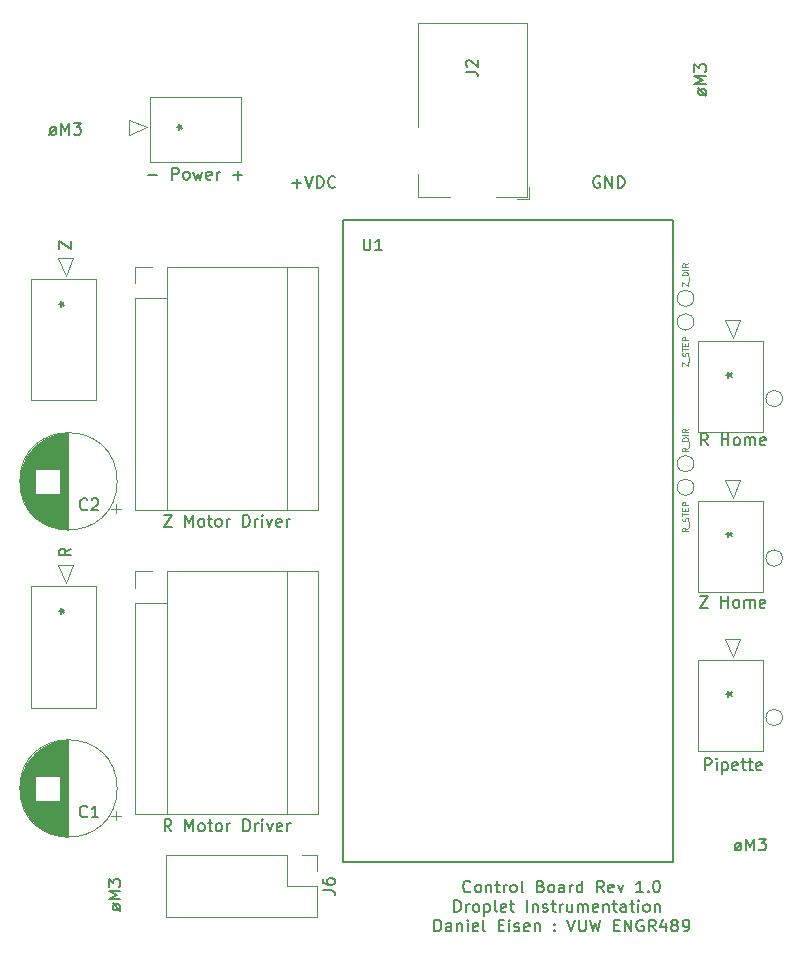
<source format=gbr>
%TF.GenerationSoftware,KiCad,Pcbnew,5.1.10*%
%TF.CreationDate,2021-08-28T10:57:21+12:00*%
%TF.ProjectId,Motor_Control,4d6f746f-725f-4436-9f6e-74726f6c2e6b,rev?*%
%TF.SameCoordinates,Original*%
%TF.FileFunction,Legend,Top*%
%TF.FilePolarity,Positive*%
%FSLAX46Y46*%
G04 Gerber Fmt 4.6, Leading zero omitted, Abs format (unit mm)*
G04 Created by KiCad (PCBNEW 5.1.10) date 2021-08-28 10:57:21*
%MOMM*%
%LPD*%
G01*
G04 APERTURE LIST*
%ADD10C,0.150000*%
%ADD11C,0.120000*%
%ADD12C,0.127000*%
%ADD13C,0.100000*%
G04 APERTURE END LIST*
D10*
X235285714Y-139707142D02*
X235238095Y-139754761D01*
X235095238Y-139802380D01*
X235000000Y-139802380D01*
X234857142Y-139754761D01*
X234761904Y-139659523D01*
X234714285Y-139564285D01*
X234666666Y-139373809D01*
X234666666Y-139230952D01*
X234714285Y-139040476D01*
X234761904Y-138945238D01*
X234857142Y-138850000D01*
X235000000Y-138802380D01*
X235095238Y-138802380D01*
X235238095Y-138850000D01*
X235285714Y-138897619D01*
X235857142Y-139802380D02*
X235761904Y-139754761D01*
X235714285Y-139707142D01*
X235666666Y-139611904D01*
X235666666Y-139326190D01*
X235714285Y-139230952D01*
X235761904Y-139183333D01*
X235857142Y-139135714D01*
X236000000Y-139135714D01*
X236095238Y-139183333D01*
X236142857Y-139230952D01*
X236190476Y-139326190D01*
X236190476Y-139611904D01*
X236142857Y-139707142D01*
X236095238Y-139754761D01*
X236000000Y-139802380D01*
X235857142Y-139802380D01*
X236619047Y-139135714D02*
X236619047Y-139802380D01*
X236619047Y-139230952D02*
X236666666Y-139183333D01*
X236761904Y-139135714D01*
X236904761Y-139135714D01*
X237000000Y-139183333D01*
X237047619Y-139278571D01*
X237047619Y-139802380D01*
X237380952Y-139135714D02*
X237761904Y-139135714D01*
X237523809Y-138802380D02*
X237523809Y-139659523D01*
X237571428Y-139754761D01*
X237666666Y-139802380D01*
X237761904Y-139802380D01*
X238095238Y-139802380D02*
X238095238Y-139135714D01*
X238095238Y-139326190D02*
X238142857Y-139230952D01*
X238190476Y-139183333D01*
X238285714Y-139135714D01*
X238380952Y-139135714D01*
X238857142Y-139802380D02*
X238761904Y-139754761D01*
X238714285Y-139707142D01*
X238666666Y-139611904D01*
X238666666Y-139326190D01*
X238714285Y-139230952D01*
X238761904Y-139183333D01*
X238857142Y-139135714D01*
X239000000Y-139135714D01*
X239095238Y-139183333D01*
X239142857Y-139230952D01*
X239190476Y-139326190D01*
X239190476Y-139611904D01*
X239142857Y-139707142D01*
X239095238Y-139754761D01*
X239000000Y-139802380D01*
X238857142Y-139802380D01*
X239761904Y-139802380D02*
X239666666Y-139754761D01*
X239619047Y-139659523D01*
X239619047Y-138802380D01*
X241238095Y-139278571D02*
X241380952Y-139326190D01*
X241428571Y-139373809D01*
X241476190Y-139469047D01*
X241476190Y-139611904D01*
X241428571Y-139707142D01*
X241380952Y-139754761D01*
X241285714Y-139802380D01*
X240904761Y-139802380D01*
X240904761Y-138802380D01*
X241238095Y-138802380D01*
X241333333Y-138850000D01*
X241380952Y-138897619D01*
X241428571Y-138992857D01*
X241428571Y-139088095D01*
X241380952Y-139183333D01*
X241333333Y-139230952D01*
X241238095Y-139278571D01*
X240904761Y-139278571D01*
X242047619Y-139802380D02*
X241952380Y-139754761D01*
X241904761Y-139707142D01*
X241857142Y-139611904D01*
X241857142Y-139326190D01*
X241904761Y-139230952D01*
X241952380Y-139183333D01*
X242047619Y-139135714D01*
X242190476Y-139135714D01*
X242285714Y-139183333D01*
X242333333Y-139230952D01*
X242380952Y-139326190D01*
X242380952Y-139611904D01*
X242333333Y-139707142D01*
X242285714Y-139754761D01*
X242190476Y-139802380D01*
X242047619Y-139802380D01*
X243238095Y-139802380D02*
X243238095Y-139278571D01*
X243190476Y-139183333D01*
X243095238Y-139135714D01*
X242904761Y-139135714D01*
X242809523Y-139183333D01*
X243238095Y-139754761D02*
X243142857Y-139802380D01*
X242904761Y-139802380D01*
X242809523Y-139754761D01*
X242761904Y-139659523D01*
X242761904Y-139564285D01*
X242809523Y-139469047D01*
X242904761Y-139421428D01*
X243142857Y-139421428D01*
X243238095Y-139373809D01*
X243714285Y-139802380D02*
X243714285Y-139135714D01*
X243714285Y-139326190D02*
X243761904Y-139230952D01*
X243809523Y-139183333D01*
X243904761Y-139135714D01*
X244000000Y-139135714D01*
X244761904Y-139802380D02*
X244761904Y-138802380D01*
X244761904Y-139754761D02*
X244666666Y-139802380D01*
X244476190Y-139802380D01*
X244380952Y-139754761D01*
X244333333Y-139707142D01*
X244285714Y-139611904D01*
X244285714Y-139326190D01*
X244333333Y-139230952D01*
X244380952Y-139183333D01*
X244476190Y-139135714D01*
X244666666Y-139135714D01*
X244761904Y-139183333D01*
X246571428Y-139802380D02*
X246238095Y-139326190D01*
X246000000Y-139802380D02*
X246000000Y-138802380D01*
X246380952Y-138802380D01*
X246476190Y-138850000D01*
X246523809Y-138897619D01*
X246571428Y-138992857D01*
X246571428Y-139135714D01*
X246523809Y-139230952D01*
X246476190Y-139278571D01*
X246380952Y-139326190D01*
X246000000Y-139326190D01*
X247380952Y-139754761D02*
X247285714Y-139802380D01*
X247095238Y-139802380D01*
X247000000Y-139754761D01*
X246952380Y-139659523D01*
X246952380Y-139278571D01*
X247000000Y-139183333D01*
X247095238Y-139135714D01*
X247285714Y-139135714D01*
X247380952Y-139183333D01*
X247428571Y-139278571D01*
X247428571Y-139373809D01*
X246952380Y-139469047D01*
X247761904Y-139135714D02*
X248000000Y-139802380D01*
X248238095Y-139135714D01*
X249904761Y-139802380D02*
X249333333Y-139802380D01*
X249619047Y-139802380D02*
X249619047Y-138802380D01*
X249523809Y-138945238D01*
X249428571Y-139040476D01*
X249333333Y-139088095D01*
X250333333Y-139707142D02*
X250380952Y-139754761D01*
X250333333Y-139802380D01*
X250285714Y-139754761D01*
X250333333Y-139707142D01*
X250333333Y-139802380D01*
X251000000Y-138802380D02*
X251095238Y-138802380D01*
X251190476Y-138850000D01*
X251238095Y-138897619D01*
X251285714Y-138992857D01*
X251333333Y-139183333D01*
X251333333Y-139421428D01*
X251285714Y-139611904D01*
X251238095Y-139707142D01*
X251190476Y-139754761D01*
X251095238Y-139802380D01*
X251000000Y-139802380D01*
X250904761Y-139754761D01*
X250857142Y-139707142D01*
X250809523Y-139611904D01*
X250761904Y-139421428D01*
X250761904Y-139183333D01*
X250809523Y-138992857D01*
X250857142Y-138897619D01*
X250904761Y-138850000D01*
X251000000Y-138802380D01*
X233928571Y-141452380D02*
X233928571Y-140452380D01*
X234166666Y-140452380D01*
X234309523Y-140500000D01*
X234404761Y-140595238D01*
X234452380Y-140690476D01*
X234500000Y-140880952D01*
X234500000Y-141023809D01*
X234452380Y-141214285D01*
X234404761Y-141309523D01*
X234309523Y-141404761D01*
X234166666Y-141452380D01*
X233928571Y-141452380D01*
X234928571Y-141452380D02*
X234928571Y-140785714D01*
X234928571Y-140976190D02*
X234976190Y-140880952D01*
X235023809Y-140833333D01*
X235119047Y-140785714D01*
X235214285Y-140785714D01*
X235690476Y-141452380D02*
X235595238Y-141404761D01*
X235547619Y-141357142D01*
X235500000Y-141261904D01*
X235500000Y-140976190D01*
X235547619Y-140880952D01*
X235595238Y-140833333D01*
X235690476Y-140785714D01*
X235833333Y-140785714D01*
X235928571Y-140833333D01*
X235976190Y-140880952D01*
X236023809Y-140976190D01*
X236023809Y-141261904D01*
X235976190Y-141357142D01*
X235928571Y-141404761D01*
X235833333Y-141452380D01*
X235690476Y-141452380D01*
X236452380Y-140785714D02*
X236452380Y-141785714D01*
X236452380Y-140833333D02*
X236547619Y-140785714D01*
X236738095Y-140785714D01*
X236833333Y-140833333D01*
X236880952Y-140880952D01*
X236928571Y-140976190D01*
X236928571Y-141261904D01*
X236880952Y-141357142D01*
X236833333Y-141404761D01*
X236738095Y-141452380D01*
X236547619Y-141452380D01*
X236452380Y-141404761D01*
X237500000Y-141452380D02*
X237404761Y-141404761D01*
X237357142Y-141309523D01*
X237357142Y-140452380D01*
X238261904Y-141404761D02*
X238166666Y-141452380D01*
X237976190Y-141452380D01*
X237880952Y-141404761D01*
X237833333Y-141309523D01*
X237833333Y-140928571D01*
X237880952Y-140833333D01*
X237976190Y-140785714D01*
X238166666Y-140785714D01*
X238261904Y-140833333D01*
X238309523Y-140928571D01*
X238309523Y-141023809D01*
X237833333Y-141119047D01*
X238595238Y-140785714D02*
X238976190Y-140785714D01*
X238738095Y-140452380D02*
X238738095Y-141309523D01*
X238785714Y-141404761D01*
X238880952Y-141452380D01*
X238976190Y-141452380D01*
X240071428Y-141452380D02*
X240071428Y-140452380D01*
X240547619Y-140785714D02*
X240547619Y-141452380D01*
X240547619Y-140880952D02*
X240595238Y-140833333D01*
X240690476Y-140785714D01*
X240833333Y-140785714D01*
X240928571Y-140833333D01*
X240976190Y-140928571D01*
X240976190Y-141452380D01*
X241404761Y-141404761D02*
X241500000Y-141452380D01*
X241690476Y-141452380D01*
X241785714Y-141404761D01*
X241833333Y-141309523D01*
X241833333Y-141261904D01*
X241785714Y-141166666D01*
X241690476Y-141119047D01*
X241547619Y-141119047D01*
X241452380Y-141071428D01*
X241404761Y-140976190D01*
X241404761Y-140928571D01*
X241452380Y-140833333D01*
X241547619Y-140785714D01*
X241690476Y-140785714D01*
X241785714Y-140833333D01*
X242119047Y-140785714D02*
X242500000Y-140785714D01*
X242261904Y-140452380D02*
X242261904Y-141309523D01*
X242309523Y-141404761D01*
X242404761Y-141452380D01*
X242500000Y-141452380D01*
X242833333Y-141452380D02*
X242833333Y-140785714D01*
X242833333Y-140976190D02*
X242880952Y-140880952D01*
X242928571Y-140833333D01*
X243023809Y-140785714D01*
X243119047Y-140785714D01*
X243880952Y-140785714D02*
X243880952Y-141452380D01*
X243452380Y-140785714D02*
X243452380Y-141309523D01*
X243500000Y-141404761D01*
X243595238Y-141452380D01*
X243738095Y-141452380D01*
X243833333Y-141404761D01*
X243880952Y-141357142D01*
X244357142Y-141452380D02*
X244357142Y-140785714D01*
X244357142Y-140880952D02*
X244404761Y-140833333D01*
X244500000Y-140785714D01*
X244642857Y-140785714D01*
X244738095Y-140833333D01*
X244785714Y-140928571D01*
X244785714Y-141452380D01*
X244785714Y-140928571D02*
X244833333Y-140833333D01*
X244928571Y-140785714D01*
X245071428Y-140785714D01*
X245166666Y-140833333D01*
X245214285Y-140928571D01*
X245214285Y-141452380D01*
X246071428Y-141404761D02*
X245976190Y-141452380D01*
X245785714Y-141452380D01*
X245690476Y-141404761D01*
X245642857Y-141309523D01*
X245642857Y-140928571D01*
X245690476Y-140833333D01*
X245785714Y-140785714D01*
X245976190Y-140785714D01*
X246071428Y-140833333D01*
X246119047Y-140928571D01*
X246119047Y-141023809D01*
X245642857Y-141119047D01*
X246547619Y-140785714D02*
X246547619Y-141452380D01*
X246547619Y-140880952D02*
X246595238Y-140833333D01*
X246690476Y-140785714D01*
X246833333Y-140785714D01*
X246928571Y-140833333D01*
X246976190Y-140928571D01*
X246976190Y-141452380D01*
X247309523Y-140785714D02*
X247690476Y-140785714D01*
X247452380Y-140452380D02*
X247452380Y-141309523D01*
X247500000Y-141404761D01*
X247595238Y-141452380D01*
X247690476Y-141452380D01*
X248452380Y-141452380D02*
X248452380Y-140928571D01*
X248404761Y-140833333D01*
X248309523Y-140785714D01*
X248119047Y-140785714D01*
X248023809Y-140833333D01*
X248452380Y-141404761D02*
X248357142Y-141452380D01*
X248119047Y-141452380D01*
X248023809Y-141404761D01*
X247976190Y-141309523D01*
X247976190Y-141214285D01*
X248023809Y-141119047D01*
X248119047Y-141071428D01*
X248357142Y-141071428D01*
X248452380Y-141023809D01*
X248785714Y-140785714D02*
X249166666Y-140785714D01*
X248928571Y-140452380D02*
X248928571Y-141309523D01*
X248976190Y-141404761D01*
X249071428Y-141452380D01*
X249166666Y-141452380D01*
X249500000Y-141452380D02*
X249500000Y-140785714D01*
X249500000Y-140452380D02*
X249452380Y-140500000D01*
X249500000Y-140547619D01*
X249547619Y-140500000D01*
X249500000Y-140452380D01*
X249500000Y-140547619D01*
X250119047Y-141452380D02*
X250023809Y-141404761D01*
X249976190Y-141357142D01*
X249928571Y-141261904D01*
X249928571Y-140976190D01*
X249976190Y-140880952D01*
X250023809Y-140833333D01*
X250119047Y-140785714D01*
X250261904Y-140785714D01*
X250357142Y-140833333D01*
X250404761Y-140880952D01*
X250452380Y-140976190D01*
X250452380Y-141261904D01*
X250404761Y-141357142D01*
X250357142Y-141404761D01*
X250261904Y-141452380D01*
X250119047Y-141452380D01*
X250880952Y-140785714D02*
X250880952Y-141452380D01*
X250880952Y-140880952D02*
X250928571Y-140833333D01*
X251023809Y-140785714D01*
X251166666Y-140785714D01*
X251261904Y-140833333D01*
X251309523Y-140928571D01*
X251309523Y-141452380D01*
X232238095Y-143102380D02*
X232238095Y-142102380D01*
X232476190Y-142102380D01*
X232619047Y-142150000D01*
X232714285Y-142245238D01*
X232761904Y-142340476D01*
X232809523Y-142530952D01*
X232809523Y-142673809D01*
X232761904Y-142864285D01*
X232714285Y-142959523D01*
X232619047Y-143054761D01*
X232476190Y-143102380D01*
X232238095Y-143102380D01*
X233666666Y-143102380D02*
X233666666Y-142578571D01*
X233619047Y-142483333D01*
X233523809Y-142435714D01*
X233333333Y-142435714D01*
X233238095Y-142483333D01*
X233666666Y-143054761D02*
X233571428Y-143102380D01*
X233333333Y-143102380D01*
X233238095Y-143054761D01*
X233190476Y-142959523D01*
X233190476Y-142864285D01*
X233238095Y-142769047D01*
X233333333Y-142721428D01*
X233571428Y-142721428D01*
X233666666Y-142673809D01*
X234142857Y-142435714D02*
X234142857Y-143102380D01*
X234142857Y-142530952D02*
X234190476Y-142483333D01*
X234285714Y-142435714D01*
X234428571Y-142435714D01*
X234523809Y-142483333D01*
X234571428Y-142578571D01*
X234571428Y-143102380D01*
X235047619Y-143102380D02*
X235047619Y-142435714D01*
X235047619Y-142102380D02*
X235000000Y-142150000D01*
X235047619Y-142197619D01*
X235095238Y-142150000D01*
X235047619Y-142102380D01*
X235047619Y-142197619D01*
X235904761Y-143054761D02*
X235809523Y-143102380D01*
X235619047Y-143102380D01*
X235523809Y-143054761D01*
X235476190Y-142959523D01*
X235476190Y-142578571D01*
X235523809Y-142483333D01*
X235619047Y-142435714D01*
X235809523Y-142435714D01*
X235904761Y-142483333D01*
X235952380Y-142578571D01*
X235952380Y-142673809D01*
X235476190Y-142769047D01*
X236523809Y-143102380D02*
X236428571Y-143054761D01*
X236380952Y-142959523D01*
X236380952Y-142102380D01*
X237666666Y-142578571D02*
X238000000Y-142578571D01*
X238142857Y-143102380D02*
X237666666Y-143102380D01*
X237666666Y-142102380D01*
X238142857Y-142102380D01*
X238571428Y-143102380D02*
X238571428Y-142435714D01*
X238571428Y-142102380D02*
X238523809Y-142150000D01*
X238571428Y-142197619D01*
X238619047Y-142150000D01*
X238571428Y-142102380D01*
X238571428Y-142197619D01*
X239000000Y-143054761D02*
X239095238Y-143102380D01*
X239285714Y-143102380D01*
X239380952Y-143054761D01*
X239428571Y-142959523D01*
X239428571Y-142911904D01*
X239380952Y-142816666D01*
X239285714Y-142769047D01*
X239142857Y-142769047D01*
X239047619Y-142721428D01*
X239000000Y-142626190D01*
X239000000Y-142578571D01*
X239047619Y-142483333D01*
X239142857Y-142435714D01*
X239285714Y-142435714D01*
X239380952Y-142483333D01*
X240238095Y-143054761D02*
X240142857Y-143102380D01*
X239952380Y-143102380D01*
X239857142Y-143054761D01*
X239809523Y-142959523D01*
X239809523Y-142578571D01*
X239857142Y-142483333D01*
X239952380Y-142435714D01*
X240142857Y-142435714D01*
X240238095Y-142483333D01*
X240285714Y-142578571D01*
X240285714Y-142673809D01*
X239809523Y-142769047D01*
X240714285Y-142435714D02*
X240714285Y-143102380D01*
X240714285Y-142530952D02*
X240761904Y-142483333D01*
X240857142Y-142435714D01*
X241000000Y-142435714D01*
X241095238Y-142483333D01*
X241142857Y-142578571D01*
X241142857Y-143102380D01*
X242380952Y-143007142D02*
X242428571Y-143054761D01*
X242380952Y-143102380D01*
X242333333Y-143054761D01*
X242380952Y-143007142D01*
X242380952Y-143102380D01*
X242380952Y-142483333D02*
X242428571Y-142530952D01*
X242380952Y-142578571D01*
X242333333Y-142530952D01*
X242380952Y-142483333D01*
X242380952Y-142578571D01*
X243476190Y-142102380D02*
X243809523Y-143102380D01*
X244142857Y-142102380D01*
X244476190Y-142102380D02*
X244476190Y-142911904D01*
X244523809Y-143007142D01*
X244571428Y-143054761D01*
X244666666Y-143102380D01*
X244857142Y-143102380D01*
X244952380Y-143054761D01*
X245000000Y-143007142D01*
X245047619Y-142911904D01*
X245047619Y-142102380D01*
X245428571Y-142102380D02*
X245666666Y-143102380D01*
X245857142Y-142388095D01*
X246047619Y-143102380D01*
X246285714Y-142102380D01*
X247428571Y-142578571D02*
X247761904Y-142578571D01*
X247904761Y-143102380D02*
X247428571Y-143102380D01*
X247428571Y-142102380D01*
X247904761Y-142102380D01*
X248333333Y-143102380D02*
X248333333Y-142102380D01*
X248904761Y-143102380D01*
X248904761Y-142102380D01*
X249904761Y-142150000D02*
X249809523Y-142102380D01*
X249666666Y-142102380D01*
X249523809Y-142150000D01*
X249428571Y-142245238D01*
X249380952Y-142340476D01*
X249333333Y-142530952D01*
X249333333Y-142673809D01*
X249380952Y-142864285D01*
X249428571Y-142959523D01*
X249523809Y-143054761D01*
X249666666Y-143102380D01*
X249761904Y-143102380D01*
X249904761Y-143054761D01*
X249952380Y-143007142D01*
X249952380Y-142673809D01*
X249761904Y-142673809D01*
X250952380Y-143102380D02*
X250619047Y-142626190D01*
X250380952Y-143102380D02*
X250380952Y-142102380D01*
X250761904Y-142102380D01*
X250857142Y-142150000D01*
X250904761Y-142197619D01*
X250952380Y-142292857D01*
X250952380Y-142435714D01*
X250904761Y-142530952D01*
X250857142Y-142578571D01*
X250761904Y-142626190D01*
X250380952Y-142626190D01*
X251809523Y-142435714D02*
X251809523Y-143102380D01*
X251571428Y-142054761D02*
X251333333Y-142769047D01*
X251952380Y-142769047D01*
X252476190Y-142530952D02*
X252380952Y-142483333D01*
X252333333Y-142435714D01*
X252285714Y-142340476D01*
X252285714Y-142292857D01*
X252333333Y-142197619D01*
X252380952Y-142150000D01*
X252476190Y-142102380D01*
X252666666Y-142102380D01*
X252761904Y-142150000D01*
X252809523Y-142197619D01*
X252857142Y-142292857D01*
X252857142Y-142340476D01*
X252809523Y-142435714D01*
X252761904Y-142483333D01*
X252666666Y-142530952D01*
X252476190Y-142530952D01*
X252380952Y-142578571D01*
X252333333Y-142626190D01*
X252285714Y-142721428D01*
X252285714Y-142911904D01*
X252333333Y-143007142D01*
X252380952Y-143054761D01*
X252476190Y-143102380D01*
X252666666Y-143102380D01*
X252761904Y-143054761D01*
X252809523Y-143007142D01*
X252857142Y-142911904D01*
X252857142Y-142721428D01*
X252809523Y-142626190D01*
X252761904Y-142578571D01*
X252666666Y-142530952D01*
X253333333Y-143102380D02*
X253523809Y-143102380D01*
X253619047Y-143054761D01*
X253666666Y-143007142D01*
X253761904Y-142864285D01*
X253809523Y-142673809D01*
X253809523Y-142292857D01*
X253761904Y-142197619D01*
X253714285Y-142150000D01*
X253619047Y-142102380D01*
X253428571Y-142102380D01*
X253333333Y-142150000D01*
X253285714Y-142197619D01*
X253238095Y-142292857D01*
X253238095Y-142530952D01*
X253285714Y-142626190D01*
X253333333Y-142673809D01*
X253428571Y-142721428D01*
X253619047Y-142721428D01*
X253714285Y-142673809D01*
X253761904Y-142626190D01*
X253809523Y-142530952D01*
D11*
%TO.C,TP7*%
X261700000Y-98000000D02*
G75*
G03*
X261700000Y-98000000I-700000J0D01*
G01*
%TO.C,TP6*%
X261700000Y-111500000D02*
G75*
G03*
X261700000Y-111500000I-700000J0D01*
G01*
%TO.C,TP5*%
X261700000Y-125000000D02*
G75*
G03*
X261700000Y-125000000I-700000J0D01*
G01*
%TO.C,TP4*%
X254200000Y-103500000D02*
G75*
G03*
X254200000Y-103500000I-700000J0D01*
G01*
%TO.C,TP3*%
X254200000Y-105500000D02*
G75*
G03*
X254200000Y-105500000I-700000J0D01*
G01*
%TO.C,TP2*%
X254200000Y-89500000D02*
G75*
G03*
X254200000Y-89500000I-700000J0D01*
G01*
%TO.C,TP1*%
X254200000Y-91500000D02*
G75*
G03*
X254200000Y-91500000I-700000J0D01*
G01*
%TO.C,J6*%
X222330000Y-136670000D02*
X222330000Y-138000000D01*
X221000000Y-136670000D02*
X222330000Y-136670000D01*
X222330000Y-139270000D02*
X222330000Y-141870000D01*
X219730000Y-139270000D02*
X222330000Y-139270000D01*
X219730000Y-136670000D02*
X219730000Y-139270000D01*
X222330000Y-141870000D02*
X209510000Y-141870000D01*
X219730000Y-136670000D02*
X209510000Y-136670000D01*
X209510000Y-136670000D02*
X209510000Y-141870000D01*
%TO.C,M2*%
X201000000Y-87595999D02*
X200365000Y-86071999D01*
X200365000Y-86071999D02*
X201635000Y-86071999D01*
X201635000Y-86071999D02*
X201000000Y-87595999D01*
X198050001Y-98149979D02*
X203550000Y-98149979D01*
X203550000Y-98149979D02*
X203550000Y-87849999D01*
X203550000Y-87849999D02*
X198050001Y-87849999D01*
X198050001Y-87849999D02*
X198050001Y-98149979D01*
%TO.C,M1*%
X201000000Y-113595999D02*
X200365000Y-112071999D01*
X200365000Y-112071999D02*
X201635000Y-112071999D01*
X201635000Y-112071999D02*
X201000000Y-113595999D01*
X198050001Y-124149979D02*
X203550000Y-124149979D01*
X203550000Y-124149979D02*
X203550000Y-113849999D01*
X203550000Y-113849999D02*
X198050001Y-113849999D01*
X198050001Y-113849999D02*
X198050001Y-124149979D01*
%TO.C,J1*%
X207896001Y-75000000D02*
X206372001Y-75635000D01*
X206372001Y-75635000D02*
X206372001Y-74365000D01*
X206372001Y-74365000D02*
X207896001Y-75000000D01*
X215849985Y-77949999D02*
X215849985Y-72450000D01*
X215849985Y-72450000D02*
X208150001Y-72450000D01*
X208150001Y-72450000D02*
X208150001Y-77949999D01*
X208150001Y-77949999D02*
X215849985Y-77949999D01*
%TO.C,J5*%
X257510001Y-106396001D02*
X256875001Y-104872001D01*
X256875001Y-104872001D02*
X258145001Y-104872001D01*
X258145001Y-104872001D02*
X257510001Y-106396001D01*
X254560002Y-114349985D02*
X260060001Y-114349985D01*
X260060001Y-114349985D02*
X260060001Y-106650001D01*
X260060001Y-106650001D02*
X254560002Y-106650001D01*
X254560002Y-106650001D02*
X254560002Y-114349985D01*
%TO.C,J4*%
X257510001Y-92896001D02*
X256875001Y-91372001D01*
X256875001Y-91372001D02*
X258145001Y-91372001D01*
X258145001Y-91372001D02*
X257510001Y-92896001D01*
X254560002Y-100849985D02*
X260060001Y-100849985D01*
X260060001Y-100849985D02*
X260060001Y-93150001D01*
X260060001Y-93150001D02*
X254560002Y-93150001D01*
X254560002Y-93150001D02*
X254560002Y-100849985D01*
%TO.C,J3*%
X257510001Y-119896001D02*
X256875001Y-118372001D01*
X256875001Y-118372001D02*
X258145001Y-118372001D01*
X258145001Y-118372001D02*
X257510001Y-119896001D01*
X254560002Y-127849985D02*
X260060001Y-127849985D01*
X260060001Y-127849985D02*
X260060001Y-120150001D01*
X260060001Y-120150001D02*
X254560002Y-120150001D01*
X254560002Y-120150001D02*
X254560002Y-127849985D01*
%TO.C,A2*%
X222400000Y-86820000D02*
X209570000Y-86820000D01*
X222400000Y-107400000D02*
X222400000Y-86820000D01*
X206900000Y-107400000D02*
X222400000Y-107400000D01*
X206900000Y-89490000D02*
X206900000Y-107400000D01*
X209570000Y-89490000D02*
X206900000Y-89490000D01*
X209570000Y-86820000D02*
X209570000Y-89490000D01*
X206900000Y-86820000D02*
X206900000Y-88220000D01*
X208300000Y-86820000D02*
X206900000Y-86820000D01*
X209570000Y-89490000D02*
X209570000Y-107400000D01*
X219730000Y-86820000D02*
X219730000Y-107400000D01*
D12*
%TO.C,U1*%
X252394000Y-137262000D02*
X224494000Y-137262000D01*
X252394000Y-82862000D02*
X252394000Y-137262000D01*
X224494000Y-82862000D02*
X252394000Y-82862000D01*
X224494000Y-137262000D02*
X224494000Y-82862000D01*
D11*
%TO.C,J2*%
X239207500Y-81100000D02*
X240257500Y-81100000D01*
X240257500Y-80050000D02*
X240257500Y-81100000D01*
X230857500Y-75000000D02*
X230857500Y-66200000D01*
X230857500Y-66200000D02*
X240057500Y-66200000D01*
X233557500Y-80900000D02*
X230857500Y-80900000D01*
X230857500Y-80900000D02*
X230857500Y-79000000D01*
X240057500Y-66200000D02*
X240057500Y-80900000D01*
X240057500Y-80900000D02*
X237457500Y-80900000D01*
%TO.C,C2*%
X205259698Y-107715000D02*
X205259698Y-106915000D01*
X205659698Y-107315000D02*
X204859698Y-107315000D01*
X197169000Y-105533000D02*
X197169000Y-104467000D01*
X197209000Y-105768000D02*
X197209000Y-104232000D01*
X197249000Y-105948000D02*
X197249000Y-104052000D01*
X197289000Y-106098000D02*
X197289000Y-103902000D01*
X197329000Y-106229000D02*
X197329000Y-103771000D01*
X197369000Y-106346000D02*
X197369000Y-103654000D01*
X197409000Y-106453000D02*
X197409000Y-103547000D01*
X197449000Y-106552000D02*
X197449000Y-103448000D01*
X197489000Y-106645000D02*
X197489000Y-103355000D01*
X197529000Y-106731000D02*
X197529000Y-103269000D01*
X197569000Y-106813000D02*
X197569000Y-103187000D01*
X197609000Y-106890000D02*
X197609000Y-103110000D01*
X197649000Y-106964000D02*
X197649000Y-103036000D01*
X197689000Y-107034000D02*
X197689000Y-102966000D01*
X197729000Y-107102000D02*
X197729000Y-102898000D01*
X197769000Y-107166000D02*
X197769000Y-102834000D01*
X197809000Y-107228000D02*
X197809000Y-102772000D01*
X197849000Y-107287000D02*
X197849000Y-102713000D01*
X197889000Y-107345000D02*
X197889000Y-102655000D01*
X197929000Y-107400000D02*
X197929000Y-102600000D01*
X197969000Y-107454000D02*
X197969000Y-102546000D01*
X198009000Y-107505000D02*
X198009000Y-102495000D01*
X198049000Y-107556000D02*
X198049000Y-102444000D01*
X198089000Y-107604000D02*
X198089000Y-102396000D01*
X198129000Y-107651000D02*
X198129000Y-102349000D01*
X198169000Y-107697000D02*
X198169000Y-102303000D01*
X198209000Y-107741000D02*
X198209000Y-102259000D01*
X198249000Y-107784000D02*
X198249000Y-102216000D01*
X198289000Y-107826000D02*
X198289000Y-102174000D01*
X198329000Y-107867000D02*
X198329000Y-102133000D01*
X198369000Y-107907000D02*
X198369000Y-102093000D01*
X198409000Y-107945000D02*
X198409000Y-102055000D01*
X198449000Y-107983000D02*
X198449000Y-102017000D01*
X198489000Y-103960000D02*
X198489000Y-101981000D01*
X198489000Y-108019000D02*
X198489000Y-106040000D01*
X198529000Y-103960000D02*
X198529000Y-101945000D01*
X198529000Y-108055000D02*
X198529000Y-106040000D01*
X198569000Y-103960000D02*
X198569000Y-101910000D01*
X198569000Y-108090000D02*
X198569000Y-106040000D01*
X198609000Y-103960000D02*
X198609000Y-101876000D01*
X198609000Y-108124000D02*
X198609000Y-106040000D01*
X198649000Y-103960000D02*
X198649000Y-101844000D01*
X198649000Y-108156000D02*
X198649000Y-106040000D01*
X198689000Y-103960000D02*
X198689000Y-101811000D01*
X198689000Y-108189000D02*
X198689000Y-106040000D01*
X198729000Y-103960000D02*
X198729000Y-101780000D01*
X198729000Y-108220000D02*
X198729000Y-106040000D01*
X198769000Y-103960000D02*
X198769000Y-101750000D01*
X198769000Y-108250000D02*
X198769000Y-106040000D01*
X198809000Y-103960000D02*
X198809000Y-101720000D01*
X198809000Y-108280000D02*
X198809000Y-106040000D01*
X198849000Y-103960000D02*
X198849000Y-101691000D01*
X198849000Y-108309000D02*
X198849000Y-106040000D01*
X198889000Y-103960000D02*
X198889000Y-101662000D01*
X198889000Y-108338000D02*
X198889000Y-106040000D01*
X198929000Y-103960000D02*
X198929000Y-101635000D01*
X198929000Y-108365000D02*
X198929000Y-106040000D01*
X198969000Y-103960000D02*
X198969000Y-101608000D01*
X198969000Y-108392000D02*
X198969000Y-106040000D01*
X199009000Y-103960000D02*
X199009000Y-101582000D01*
X199009000Y-108418000D02*
X199009000Y-106040000D01*
X199049000Y-103960000D02*
X199049000Y-101556000D01*
X199049000Y-108444000D02*
X199049000Y-106040000D01*
X199089000Y-103960000D02*
X199089000Y-101531000D01*
X199089000Y-108469000D02*
X199089000Y-106040000D01*
X199129000Y-103960000D02*
X199129000Y-101507000D01*
X199129000Y-108493000D02*
X199129000Y-106040000D01*
X199169000Y-103960000D02*
X199169000Y-101483000D01*
X199169000Y-108517000D02*
X199169000Y-106040000D01*
X199209000Y-103960000D02*
X199209000Y-101460000D01*
X199209000Y-108540000D02*
X199209000Y-106040000D01*
X199249000Y-103960000D02*
X199249000Y-101438000D01*
X199249000Y-108562000D02*
X199249000Y-106040000D01*
X199289000Y-103960000D02*
X199289000Y-101416000D01*
X199289000Y-108584000D02*
X199289000Y-106040000D01*
X199329000Y-103960000D02*
X199329000Y-101394000D01*
X199329000Y-108606000D02*
X199329000Y-106040000D01*
X199369000Y-103960000D02*
X199369000Y-101373000D01*
X199369000Y-108627000D02*
X199369000Y-106040000D01*
X199409000Y-103960000D02*
X199409000Y-101353000D01*
X199409000Y-108647000D02*
X199409000Y-106040000D01*
X199449000Y-103960000D02*
X199449000Y-101334000D01*
X199449000Y-108666000D02*
X199449000Y-106040000D01*
X199489000Y-103960000D02*
X199489000Y-101314000D01*
X199489000Y-108686000D02*
X199489000Y-106040000D01*
X199529000Y-103960000D02*
X199529000Y-101296000D01*
X199529000Y-108704000D02*
X199529000Y-106040000D01*
X199569000Y-103960000D02*
X199569000Y-101278000D01*
X199569000Y-108722000D02*
X199569000Y-106040000D01*
X199609000Y-103960000D02*
X199609000Y-101260000D01*
X199609000Y-108740000D02*
X199609000Y-106040000D01*
X199649000Y-103960000D02*
X199649000Y-101243000D01*
X199649000Y-108757000D02*
X199649000Y-106040000D01*
X199689000Y-103960000D02*
X199689000Y-101226000D01*
X199689000Y-108774000D02*
X199689000Y-106040000D01*
X199729000Y-103960000D02*
X199729000Y-101210000D01*
X199729000Y-108790000D02*
X199729000Y-106040000D01*
X199769000Y-103960000D02*
X199769000Y-101195000D01*
X199769000Y-108805000D02*
X199769000Y-106040000D01*
X199809000Y-103960000D02*
X199809000Y-101179000D01*
X199809000Y-108821000D02*
X199809000Y-106040000D01*
X199849000Y-103960000D02*
X199849000Y-101165000D01*
X199849000Y-108835000D02*
X199849000Y-106040000D01*
X199889000Y-103960000D02*
X199889000Y-101150000D01*
X199889000Y-108850000D02*
X199889000Y-106040000D01*
X199929000Y-103960000D02*
X199929000Y-101137000D01*
X199929000Y-108863000D02*
X199929000Y-106040000D01*
X199969000Y-103960000D02*
X199969000Y-101123000D01*
X199969000Y-108877000D02*
X199969000Y-106040000D01*
X200009000Y-103960000D02*
X200009000Y-101111000D01*
X200009000Y-108889000D02*
X200009000Y-106040000D01*
X200049000Y-103960000D02*
X200049000Y-101098000D01*
X200049000Y-108902000D02*
X200049000Y-106040000D01*
X200089000Y-103960000D02*
X200089000Y-101086000D01*
X200089000Y-108914000D02*
X200089000Y-106040000D01*
X200129000Y-103960000D02*
X200129000Y-101075000D01*
X200129000Y-108925000D02*
X200129000Y-106040000D01*
X200169000Y-103960000D02*
X200169000Y-101064000D01*
X200169000Y-108936000D02*
X200169000Y-106040000D01*
X200209000Y-103960000D02*
X200209000Y-101053000D01*
X200209000Y-108947000D02*
X200209000Y-106040000D01*
X200249000Y-103960000D02*
X200249000Y-101043000D01*
X200249000Y-108957000D02*
X200249000Y-106040000D01*
X200289000Y-103960000D02*
X200289000Y-101033000D01*
X200289000Y-108967000D02*
X200289000Y-106040000D01*
X200329000Y-103960000D02*
X200329000Y-101024000D01*
X200329000Y-108976000D02*
X200329000Y-106040000D01*
X200369000Y-103960000D02*
X200369000Y-101015000D01*
X200369000Y-108985000D02*
X200369000Y-106040000D01*
X200409000Y-103960000D02*
X200409000Y-101006000D01*
X200409000Y-108994000D02*
X200409000Y-106040000D01*
X200449000Y-103960000D02*
X200449000Y-100998000D01*
X200449000Y-109002000D02*
X200449000Y-106040000D01*
X200489000Y-103960000D02*
X200489000Y-100990000D01*
X200489000Y-109010000D02*
X200489000Y-106040000D01*
X200529000Y-103960000D02*
X200529000Y-100983000D01*
X200529000Y-109017000D02*
X200529000Y-106040000D01*
X200570000Y-109024000D02*
X200570000Y-100976000D01*
X200610000Y-109030000D02*
X200610000Y-100970000D01*
X200650000Y-109037000D02*
X200650000Y-100963000D01*
X200690000Y-109042000D02*
X200690000Y-100958000D01*
X200730000Y-109048000D02*
X200730000Y-100952000D01*
X200770000Y-109052000D02*
X200770000Y-100948000D01*
X200810000Y-109057000D02*
X200810000Y-100943000D01*
X200850000Y-109061000D02*
X200850000Y-100939000D01*
X200890000Y-109065000D02*
X200890000Y-100935000D01*
X200930000Y-109068000D02*
X200930000Y-100932000D01*
X200970000Y-109071000D02*
X200970000Y-100929000D01*
X201010000Y-109074000D02*
X201010000Y-100926000D01*
X201050000Y-109076000D02*
X201050000Y-100924000D01*
X201090000Y-109077000D02*
X201090000Y-100923000D01*
X201130000Y-109079000D02*
X201130000Y-100921000D01*
X201170000Y-109080000D02*
X201170000Y-100920000D01*
X201210000Y-109080000D02*
X201210000Y-100920000D01*
X201250000Y-109080000D02*
X201250000Y-100920000D01*
X205370000Y-105000000D02*
G75*
G03*
X205370000Y-105000000I-4120000J0D01*
G01*
%TO.C,C1*%
X205259698Y-133715000D02*
X205259698Y-132915000D01*
X205659698Y-133315000D02*
X204859698Y-133315000D01*
X197169000Y-131533000D02*
X197169000Y-130467000D01*
X197209000Y-131768000D02*
X197209000Y-130232000D01*
X197249000Y-131948000D02*
X197249000Y-130052000D01*
X197289000Y-132098000D02*
X197289000Y-129902000D01*
X197329000Y-132229000D02*
X197329000Y-129771000D01*
X197369000Y-132346000D02*
X197369000Y-129654000D01*
X197409000Y-132453000D02*
X197409000Y-129547000D01*
X197449000Y-132552000D02*
X197449000Y-129448000D01*
X197489000Y-132645000D02*
X197489000Y-129355000D01*
X197529000Y-132731000D02*
X197529000Y-129269000D01*
X197569000Y-132813000D02*
X197569000Y-129187000D01*
X197609000Y-132890000D02*
X197609000Y-129110000D01*
X197649000Y-132964000D02*
X197649000Y-129036000D01*
X197689000Y-133034000D02*
X197689000Y-128966000D01*
X197729000Y-133102000D02*
X197729000Y-128898000D01*
X197769000Y-133166000D02*
X197769000Y-128834000D01*
X197809000Y-133228000D02*
X197809000Y-128772000D01*
X197849000Y-133287000D02*
X197849000Y-128713000D01*
X197889000Y-133345000D02*
X197889000Y-128655000D01*
X197929000Y-133400000D02*
X197929000Y-128600000D01*
X197969000Y-133454000D02*
X197969000Y-128546000D01*
X198009000Y-133505000D02*
X198009000Y-128495000D01*
X198049000Y-133556000D02*
X198049000Y-128444000D01*
X198089000Y-133604000D02*
X198089000Y-128396000D01*
X198129000Y-133651000D02*
X198129000Y-128349000D01*
X198169000Y-133697000D02*
X198169000Y-128303000D01*
X198209000Y-133741000D02*
X198209000Y-128259000D01*
X198249000Y-133784000D02*
X198249000Y-128216000D01*
X198289000Y-133826000D02*
X198289000Y-128174000D01*
X198329000Y-133867000D02*
X198329000Y-128133000D01*
X198369000Y-133907000D02*
X198369000Y-128093000D01*
X198409000Y-133945000D02*
X198409000Y-128055000D01*
X198449000Y-133983000D02*
X198449000Y-128017000D01*
X198489000Y-129960000D02*
X198489000Y-127981000D01*
X198489000Y-134019000D02*
X198489000Y-132040000D01*
X198529000Y-129960000D02*
X198529000Y-127945000D01*
X198529000Y-134055000D02*
X198529000Y-132040000D01*
X198569000Y-129960000D02*
X198569000Y-127910000D01*
X198569000Y-134090000D02*
X198569000Y-132040000D01*
X198609000Y-129960000D02*
X198609000Y-127876000D01*
X198609000Y-134124000D02*
X198609000Y-132040000D01*
X198649000Y-129960000D02*
X198649000Y-127844000D01*
X198649000Y-134156000D02*
X198649000Y-132040000D01*
X198689000Y-129960000D02*
X198689000Y-127811000D01*
X198689000Y-134189000D02*
X198689000Y-132040000D01*
X198729000Y-129960000D02*
X198729000Y-127780000D01*
X198729000Y-134220000D02*
X198729000Y-132040000D01*
X198769000Y-129960000D02*
X198769000Y-127750000D01*
X198769000Y-134250000D02*
X198769000Y-132040000D01*
X198809000Y-129960000D02*
X198809000Y-127720000D01*
X198809000Y-134280000D02*
X198809000Y-132040000D01*
X198849000Y-129960000D02*
X198849000Y-127691000D01*
X198849000Y-134309000D02*
X198849000Y-132040000D01*
X198889000Y-129960000D02*
X198889000Y-127662000D01*
X198889000Y-134338000D02*
X198889000Y-132040000D01*
X198929000Y-129960000D02*
X198929000Y-127635000D01*
X198929000Y-134365000D02*
X198929000Y-132040000D01*
X198969000Y-129960000D02*
X198969000Y-127608000D01*
X198969000Y-134392000D02*
X198969000Y-132040000D01*
X199009000Y-129960000D02*
X199009000Y-127582000D01*
X199009000Y-134418000D02*
X199009000Y-132040000D01*
X199049000Y-129960000D02*
X199049000Y-127556000D01*
X199049000Y-134444000D02*
X199049000Y-132040000D01*
X199089000Y-129960000D02*
X199089000Y-127531000D01*
X199089000Y-134469000D02*
X199089000Y-132040000D01*
X199129000Y-129960000D02*
X199129000Y-127507000D01*
X199129000Y-134493000D02*
X199129000Y-132040000D01*
X199169000Y-129960000D02*
X199169000Y-127483000D01*
X199169000Y-134517000D02*
X199169000Y-132040000D01*
X199209000Y-129960000D02*
X199209000Y-127460000D01*
X199209000Y-134540000D02*
X199209000Y-132040000D01*
X199249000Y-129960000D02*
X199249000Y-127438000D01*
X199249000Y-134562000D02*
X199249000Y-132040000D01*
X199289000Y-129960000D02*
X199289000Y-127416000D01*
X199289000Y-134584000D02*
X199289000Y-132040000D01*
X199329000Y-129960000D02*
X199329000Y-127394000D01*
X199329000Y-134606000D02*
X199329000Y-132040000D01*
X199369000Y-129960000D02*
X199369000Y-127373000D01*
X199369000Y-134627000D02*
X199369000Y-132040000D01*
X199409000Y-129960000D02*
X199409000Y-127353000D01*
X199409000Y-134647000D02*
X199409000Y-132040000D01*
X199449000Y-129960000D02*
X199449000Y-127334000D01*
X199449000Y-134666000D02*
X199449000Y-132040000D01*
X199489000Y-129960000D02*
X199489000Y-127314000D01*
X199489000Y-134686000D02*
X199489000Y-132040000D01*
X199529000Y-129960000D02*
X199529000Y-127296000D01*
X199529000Y-134704000D02*
X199529000Y-132040000D01*
X199569000Y-129960000D02*
X199569000Y-127278000D01*
X199569000Y-134722000D02*
X199569000Y-132040000D01*
X199609000Y-129960000D02*
X199609000Y-127260000D01*
X199609000Y-134740000D02*
X199609000Y-132040000D01*
X199649000Y-129960000D02*
X199649000Y-127243000D01*
X199649000Y-134757000D02*
X199649000Y-132040000D01*
X199689000Y-129960000D02*
X199689000Y-127226000D01*
X199689000Y-134774000D02*
X199689000Y-132040000D01*
X199729000Y-129960000D02*
X199729000Y-127210000D01*
X199729000Y-134790000D02*
X199729000Y-132040000D01*
X199769000Y-129960000D02*
X199769000Y-127195000D01*
X199769000Y-134805000D02*
X199769000Y-132040000D01*
X199809000Y-129960000D02*
X199809000Y-127179000D01*
X199809000Y-134821000D02*
X199809000Y-132040000D01*
X199849000Y-129960000D02*
X199849000Y-127165000D01*
X199849000Y-134835000D02*
X199849000Y-132040000D01*
X199889000Y-129960000D02*
X199889000Y-127150000D01*
X199889000Y-134850000D02*
X199889000Y-132040000D01*
X199929000Y-129960000D02*
X199929000Y-127137000D01*
X199929000Y-134863000D02*
X199929000Y-132040000D01*
X199969000Y-129960000D02*
X199969000Y-127123000D01*
X199969000Y-134877000D02*
X199969000Y-132040000D01*
X200009000Y-129960000D02*
X200009000Y-127111000D01*
X200009000Y-134889000D02*
X200009000Y-132040000D01*
X200049000Y-129960000D02*
X200049000Y-127098000D01*
X200049000Y-134902000D02*
X200049000Y-132040000D01*
X200089000Y-129960000D02*
X200089000Y-127086000D01*
X200089000Y-134914000D02*
X200089000Y-132040000D01*
X200129000Y-129960000D02*
X200129000Y-127075000D01*
X200129000Y-134925000D02*
X200129000Y-132040000D01*
X200169000Y-129960000D02*
X200169000Y-127064000D01*
X200169000Y-134936000D02*
X200169000Y-132040000D01*
X200209000Y-129960000D02*
X200209000Y-127053000D01*
X200209000Y-134947000D02*
X200209000Y-132040000D01*
X200249000Y-129960000D02*
X200249000Y-127043000D01*
X200249000Y-134957000D02*
X200249000Y-132040000D01*
X200289000Y-129960000D02*
X200289000Y-127033000D01*
X200289000Y-134967000D02*
X200289000Y-132040000D01*
X200329000Y-129960000D02*
X200329000Y-127024000D01*
X200329000Y-134976000D02*
X200329000Y-132040000D01*
X200369000Y-129960000D02*
X200369000Y-127015000D01*
X200369000Y-134985000D02*
X200369000Y-132040000D01*
X200409000Y-129960000D02*
X200409000Y-127006000D01*
X200409000Y-134994000D02*
X200409000Y-132040000D01*
X200449000Y-129960000D02*
X200449000Y-126998000D01*
X200449000Y-135002000D02*
X200449000Y-132040000D01*
X200489000Y-129960000D02*
X200489000Y-126990000D01*
X200489000Y-135010000D02*
X200489000Y-132040000D01*
X200529000Y-129960000D02*
X200529000Y-126983000D01*
X200529000Y-135017000D02*
X200529000Y-132040000D01*
X200570000Y-135024000D02*
X200570000Y-126976000D01*
X200610000Y-135030000D02*
X200610000Y-126970000D01*
X200650000Y-135037000D02*
X200650000Y-126963000D01*
X200690000Y-135042000D02*
X200690000Y-126958000D01*
X200730000Y-135048000D02*
X200730000Y-126952000D01*
X200770000Y-135052000D02*
X200770000Y-126948000D01*
X200810000Y-135057000D02*
X200810000Y-126943000D01*
X200850000Y-135061000D02*
X200850000Y-126939000D01*
X200890000Y-135065000D02*
X200890000Y-126935000D01*
X200930000Y-135068000D02*
X200930000Y-126932000D01*
X200970000Y-135071000D02*
X200970000Y-126929000D01*
X201010000Y-135074000D02*
X201010000Y-126926000D01*
X201050000Y-135076000D02*
X201050000Y-126924000D01*
X201090000Y-135077000D02*
X201090000Y-126923000D01*
X201130000Y-135079000D02*
X201130000Y-126921000D01*
X201170000Y-135080000D02*
X201170000Y-126920000D01*
X201210000Y-135080000D02*
X201210000Y-126920000D01*
X201250000Y-135080000D02*
X201250000Y-126920000D01*
X205370000Y-131000000D02*
G75*
G03*
X205370000Y-131000000I-4120000J0D01*
G01*
%TO.C,A1*%
X222400000Y-112600000D02*
X209570000Y-112600000D01*
X222400000Y-133180000D02*
X222400000Y-112600000D01*
X206900000Y-133180000D02*
X222400000Y-133180000D01*
X206900000Y-115270000D02*
X206900000Y-133180000D01*
X209570000Y-115270000D02*
X206900000Y-115270000D01*
X209570000Y-112600000D02*
X209570000Y-115270000D01*
X206900000Y-112600000D02*
X206900000Y-114000000D01*
X208300000Y-112600000D02*
X206900000Y-112600000D01*
X209570000Y-115270000D02*
X209570000Y-133180000D01*
X219730000Y-112600000D02*
X219730000Y-133180000D01*
%TO.C,TP4*%
D13*
X253726190Y-102154761D02*
X253488095Y-102321428D01*
X253726190Y-102440476D02*
X253226190Y-102440476D01*
X253226190Y-102250000D01*
X253250000Y-102202380D01*
X253273809Y-102178571D01*
X253321428Y-102154761D01*
X253392857Y-102154761D01*
X253440476Y-102178571D01*
X253464285Y-102202380D01*
X253488095Y-102250000D01*
X253488095Y-102440476D01*
X253773809Y-102059523D02*
X253773809Y-101678571D01*
X253726190Y-101559523D02*
X253226190Y-101559523D01*
X253226190Y-101440476D01*
X253250000Y-101369047D01*
X253297619Y-101321428D01*
X253345238Y-101297619D01*
X253440476Y-101273809D01*
X253511904Y-101273809D01*
X253607142Y-101297619D01*
X253654761Y-101321428D01*
X253702380Y-101369047D01*
X253726190Y-101440476D01*
X253726190Y-101559523D01*
X253726190Y-101059523D02*
X253226190Y-101059523D01*
X253726190Y-100535714D02*
X253488095Y-100702380D01*
X253726190Y-100821428D02*
X253226190Y-100821428D01*
X253226190Y-100630952D01*
X253250000Y-100583333D01*
X253273809Y-100559523D01*
X253321428Y-100535714D01*
X253392857Y-100535714D01*
X253440476Y-100559523D01*
X253464285Y-100583333D01*
X253488095Y-100630952D01*
X253488095Y-100821428D01*
%TO.C,TP3*%
X253726190Y-108940476D02*
X253488095Y-109107142D01*
X253726190Y-109226190D02*
X253226190Y-109226190D01*
X253226190Y-109035714D01*
X253250000Y-108988095D01*
X253273809Y-108964285D01*
X253321428Y-108940476D01*
X253392857Y-108940476D01*
X253440476Y-108964285D01*
X253464285Y-108988095D01*
X253488095Y-109035714D01*
X253488095Y-109226190D01*
X253773809Y-108845238D02*
X253773809Y-108464285D01*
X253702380Y-108369047D02*
X253726190Y-108297619D01*
X253726190Y-108178571D01*
X253702380Y-108130952D01*
X253678571Y-108107142D01*
X253630952Y-108083333D01*
X253583333Y-108083333D01*
X253535714Y-108107142D01*
X253511904Y-108130952D01*
X253488095Y-108178571D01*
X253464285Y-108273809D01*
X253440476Y-108321428D01*
X253416666Y-108345238D01*
X253369047Y-108369047D01*
X253321428Y-108369047D01*
X253273809Y-108345238D01*
X253250000Y-108321428D01*
X253226190Y-108273809D01*
X253226190Y-108154761D01*
X253250000Y-108083333D01*
X253226190Y-107940476D02*
X253226190Y-107654761D01*
X253726190Y-107797619D02*
X253226190Y-107797619D01*
X253464285Y-107488095D02*
X253464285Y-107321428D01*
X253726190Y-107250000D02*
X253726190Y-107488095D01*
X253226190Y-107488095D01*
X253226190Y-107250000D01*
X253726190Y-107035714D02*
X253226190Y-107035714D01*
X253226190Y-106845238D01*
X253250000Y-106797619D01*
X253273809Y-106773809D01*
X253321428Y-106750000D01*
X253392857Y-106750000D01*
X253440476Y-106773809D01*
X253464285Y-106797619D01*
X253488095Y-106845238D01*
X253488095Y-107035714D01*
%TO.C,TP2*%
X253226190Y-88476190D02*
X253226190Y-88142857D01*
X253726190Y-88476190D01*
X253726190Y-88142857D01*
X253773809Y-88071428D02*
X253773809Y-87690476D01*
X253726190Y-87571428D02*
X253226190Y-87571428D01*
X253226190Y-87452380D01*
X253250000Y-87380952D01*
X253297619Y-87333333D01*
X253345238Y-87309523D01*
X253440476Y-87285714D01*
X253511904Y-87285714D01*
X253607142Y-87309523D01*
X253654761Y-87333333D01*
X253702380Y-87380952D01*
X253726190Y-87452380D01*
X253726190Y-87571428D01*
X253726190Y-87071428D02*
X253226190Y-87071428D01*
X253726190Y-86547619D02*
X253488095Y-86714285D01*
X253726190Y-86833333D02*
X253226190Y-86833333D01*
X253226190Y-86642857D01*
X253250000Y-86595238D01*
X253273809Y-86571428D01*
X253321428Y-86547619D01*
X253392857Y-86547619D01*
X253440476Y-86571428D01*
X253464285Y-86595238D01*
X253488095Y-86642857D01*
X253488095Y-86833333D01*
%TO.C,TP1*%
X253226190Y-95261904D02*
X253226190Y-94928571D01*
X253726190Y-95261904D01*
X253726190Y-94928571D01*
X253773809Y-94857142D02*
X253773809Y-94476190D01*
X253702380Y-94380952D02*
X253726190Y-94309523D01*
X253726190Y-94190476D01*
X253702380Y-94142857D01*
X253678571Y-94119047D01*
X253630952Y-94095238D01*
X253583333Y-94095238D01*
X253535714Y-94119047D01*
X253511904Y-94142857D01*
X253488095Y-94190476D01*
X253464285Y-94285714D01*
X253440476Y-94333333D01*
X253416666Y-94357142D01*
X253369047Y-94380952D01*
X253321428Y-94380952D01*
X253273809Y-94357142D01*
X253250000Y-94333333D01*
X253226190Y-94285714D01*
X253226190Y-94166666D01*
X253250000Y-94095238D01*
X253226190Y-93952380D02*
X253226190Y-93666666D01*
X253726190Y-93809523D02*
X253226190Y-93809523D01*
X253464285Y-93500000D02*
X253464285Y-93333333D01*
X253726190Y-93261904D02*
X253726190Y-93500000D01*
X253226190Y-93500000D01*
X253226190Y-93261904D01*
X253726190Y-93047619D02*
X253226190Y-93047619D01*
X253226190Y-92857142D01*
X253250000Y-92809523D01*
X253273809Y-92785714D01*
X253321428Y-92761904D01*
X253392857Y-92761904D01*
X253440476Y-92785714D01*
X253464285Y-92809523D01*
X253488095Y-92857142D01*
X253488095Y-93047619D01*
%TO.C,J6*%
D10*
X222782380Y-139603333D02*
X223496666Y-139603333D01*
X223639523Y-139650952D01*
X223734761Y-139746190D01*
X223782380Y-139889047D01*
X223782380Y-139984285D01*
X222782380Y-138698571D02*
X222782380Y-138889047D01*
X222830000Y-138984285D01*
X222877619Y-139031904D01*
X223020476Y-139127142D01*
X223210952Y-139174761D01*
X223591904Y-139174761D01*
X223687142Y-139127142D01*
X223734761Y-139079523D01*
X223782380Y-138984285D01*
X223782380Y-138793809D01*
X223734761Y-138698571D01*
X223687142Y-138650952D01*
X223591904Y-138603333D01*
X223353809Y-138603333D01*
X223258571Y-138650952D01*
X223210952Y-138698571D01*
X223163333Y-138793809D01*
X223163333Y-138984285D01*
X223210952Y-139079523D01*
X223258571Y-139127142D01*
X223353809Y-139174761D01*
%TO.C,H6*%
X254585714Y-71738095D02*
X255252380Y-72357142D01*
X255252380Y-72119047D02*
X255204761Y-72214285D01*
X255157142Y-72261904D01*
X255061904Y-72309523D01*
X254776190Y-72309523D01*
X254680952Y-72261904D01*
X254633333Y-72214285D01*
X254585714Y-72119047D01*
X254585714Y-71976190D01*
X254633333Y-71880952D01*
X254680952Y-71833333D01*
X254776190Y-71785714D01*
X255061904Y-71785714D01*
X255157142Y-71833333D01*
X255204761Y-71880952D01*
X255252380Y-71976190D01*
X255252380Y-72119047D01*
X255252380Y-71357142D02*
X254252380Y-71357142D01*
X254966666Y-71023809D01*
X254252380Y-70690476D01*
X255252380Y-70690476D01*
X254252380Y-70309523D02*
X254252380Y-69690476D01*
X254633333Y-70023809D01*
X254633333Y-69880952D01*
X254680952Y-69785714D01*
X254728571Y-69738095D01*
X254823809Y-69690476D01*
X255061904Y-69690476D01*
X255157142Y-69738095D01*
X255204761Y-69785714D01*
X255252380Y-69880952D01*
X255252380Y-70166666D01*
X255204761Y-70261904D01*
X255157142Y-70309523D01*
%TO.C,H5*%
X258261904Y-135585714D02*
X257642857Y-136252380D01*
X257880952Y-136252380D02*
X257785714Y-136204761D01*
X257738095Y-136157142D01*
X257690476Y-136061904D01*
X257690476Y-135776190D01*
X257738095Y-135680952D01*
X257785714Y-135633333D01*
X257880952Y-135585714D01*
X258023809Y-135585714D01*
X258119047Y-135633333D01*
X258166666Y-135680952D01*
X258214285Y-135776190D01*
X258214285Y-136061904D01*
X258166666Y-136157142D01*
X258119047Y-136204761D01*
X258023809Y-136252380D01*
X257880952Y-136252380D01*
X258642857Y-136252380D02*
X258642857Y-135252380D01*
X258976190Y-135966666D01*
X259309523Y-135252380D01*
X259309523Y-136252380D01*
X259690476Y-135252380D02*
X260309523Y-135252380D01*
X259976190Y-135633333D01*
X260119047Y-135633333D01*
X260214285Y-135680952D01*
X260261904Y-135728571D01*
X260309523Y-135823809D01*
X260309523Y-136061904D01*
X260261904Y-136157142D01*
X260214285Y-136204761D01*
X260119047Y-136252380D01*
X259833333Y-136252380D01*
X259738095Y-136204761D01*
X259690476Y-136157142D01*
%TO.C,H4*%
X200261904Y-74985714D02*
X199642857Y-75652380D01*
X199880952Y-75652380D02*
X199785714Y-75604761D01*
X199738095Y-75557142D01*
X199690476Y-75461904D01*
X199690476Y-75176190D01*
X199738095Y-75080952D01*
X199785714Y-75033333D01*
X199880952Y-74985714D01*
X200023809Y-74985714D01*
X200119047Y-75033333D01*
X200166666Y-75080952D01*
X200214285Y-75176190D01*
X200214285Y-75461904D01*
X200166666Y-75557142D01*
X200119047Y-75604761D01*
X200023809Y-75652380D01*
X199880952Y-75652380D01*
X200642857Y-75652380D02*
X200642857Y-74652380D01*
X200976190Y-75366666D01*
X201309523Y-74652380D01*
X201309523Y-75652380D01*
X201690476Y-74652380D02*
X202309523Y-74652380D01*
X201976190Y-75033333D01*
X202119047Y-75033333D01*
X202214285Y-75080952D01*
X202261904Y-75128571D01*
X202309523Y-75223809D01*
X202309523Y-75461904D01*
X202261904Y-75557142D01*
X202214285Y-75604761D01*
X202119047Y-75652380D01*
X201833333Y-75652380D01*
X201738095Y-75604761D01*
X201690476Y-75557142D01*
%TO.C,H3*%
X204985714Y-140738095D02*
X205652380Y-141357142D01*
X205652380Y-141119047D02*
X205604761Y-141214285D01*
X205557142Y-141261904D01*
X205461904Y-141309523D01*
X205176190Y-141309523D01*
X205080952Y-141261904D01*
X205033333Y-141214285D01*
X204985714Y-141119047D01*
X204985714Y-140976190D01*
X205033333Y-140880952D01*
X205080952Y-140833333D01*
X205176190Y-140785714D01*
X205461904Y-140785714D01*
X205557142Y-140833333D01*
X205604761Y-140880952D01*
X205652380Y-140976190D01*
X205652380Y-141119047D01*
X205652380Y-140357142D02*
X204652380Y-140357142D01*
X205366666Y-140023809D01*
X204652380Y-139690476D01*
X205652380Y-139690476D01*
X204652380Y-139309523D02*
X204652380Y-138690476D01*
X205033333Y-139023809D01*
X205033333Y-138880952D01*
X205080952Y-138785714D01*
X205128571Y-138738095D01*
X205223809Y-138690476D01*
X205461904Y-138690476D01*
X205557142Y-138738095D01*
X205604761Y-138785714D01*
X205652380Y-138880952D01*
X205652380Y-139166666D01*
X205604761Y-139261904D01*
X205557142Y-139309523D01*
%TO.C,H2*%
X246238095Y-79200000D02*
X246142857Y-79152380D01*
X246000000Y-79152380D01*
X245857142Y-79200000D01*
X245761904Y-79295238D01*
X245714285Y-79390476D01*
X245666666Y-79580952D01*
X245666666Y-79723809D01*
X245714285Y-79914285D01*
X245761904Y-80009523D01*
X245857142Y-80104761D01*
X246000000Y-80152380D01*
X246095238Y-80152380D01*
X246238095Y-80104761D01*
X246285714Y-80057142D01*
X246285714Y-79723809D01*
X246095238Y-79723809D01*
X246714285Y-80152380D02*
X246714285Y-79152380D01*
X247285714Y-80152380D01*
X247285714Y-79152380D01*
X247761904Y-80152380D02*
X247761904Y-79152380D01*
X248000000Y-79152380D01*
X248142857Y-79200000D01*
X248238095Y-79295238D01*
X248285714Y-79390476D01*
X248333333Y-79580952D01*
X248333333Y-79723809D01*
X248285714Y-79914285D01*
X248238095Y-80009523D01*
X248142857Y-80104761D01*
X248000000Y-80152380D01*
X247761904Y-80152380D01*
%TO.C,H1*%
X220190476Y-79771428D02*
X220952380Y-79771428D01*
X220571428Y-80152380D02*
X220571428Y-79390476D01*
X221285714Y-79152380D02*
X221619047Y-80152380D01*
X221952380Y-79152380D01*
X222285714Y-80152380D02*
X222285714Y-79152380D01*
X222523809Y-79152380D01*
X222666666Y-79200000D01*
X222761904Y-79295238D01*
X222809523Y-79390476D01*
X222857142Y-79580952D01*
X222857142Y-79723809D01*
X222809523Y-79914285D01*
X222761904Y-80009523D01*
X222666666Y-80104761D01*
X222523809Y-80152380D01*
X222285714Y-80152380D01*
X223857142Y-80057142D02*
X223809523Y-80104761D01*
X223666666Y-80152380D01*
X223571428Y-80152380D01*
X223428571Y-80104761D01*
X223333333Y-80009523D01*
X223285714Y-79914285D01*
X223238095Y-79723809D01*
X223238095Y-79580952D01*
X223285714Y-79390476D01*
X223333333Y-79295238D01*
X223428571Y-79200000D01*
X223571428Y-79152380D01*
X223666666Y-79152380D01*
X223809523Y-79200000D01*
X223857142Y-79247619D01*
%TO.C,M2*%
X200452380Y-85333333D02*
X200452380Y-84666666D01*
X201452380Y-85333333D01*
X201452380Y-84666666D01*
X200452380Y-90000000D02*
X200690476Y-90000000D01*
X200595238Y-90238095D02*
X200690476Y-90000000D01*
X200595238Y-89761904D01*
X200880952Y-90142857D02*
X200690476Y-90000000D01*
X200880952Y-89857142D01*
%TO.C,M1*%
X201452380Y-110690477D02*
X200976190Y-111023810D01*
X201452380Y-111261905D02*
X200452380Y-111261905D01*
X200452380Y-110880953D01*
X200500000Y-110785715D01*
X200547619Y-110738096D01*
X200642857Y-110690477D01*
X200785714Y-110690477D01*
X200880952Y-110738096D01*
X200928571Y-110785715D01*
X200976190Y-110880953D01*
X200976190Y-111261905D01*
X200452380Y-116000000D02*
X200690476Y-116000000D01*
X200595238Y-116238095D02*
X200690476Y-116000000D01*
X200595238Y-115761904D01*
X200880952Y-116142857D02*
X200690476Y-116000000D01*
X200880952Y-115857142D01*
%TO.C,J1*%
X208023809Y-79071428D02*
X208785714Y-79071428D01*
X210023809Y-79452380D02*
X210023809Y-78452380D01*
X210404761Y-78452380D01*
X210500000Y-78500000D01*
X210547619Y-78547619D01*
X210595238Y-78642857D01*
X210595238Y-78785714D01*
X210547619Y-78880952D01*
X210500000Y-78928571D01*
X210404761Y-78976190D01*
X210023809Y-78976190D01*
X211166666Y-79452380D02*
X211071428Y-79404761D01*
X211023809Y-79357142D01*
X210976190Y-79261904D01*
X210976190Y-78976190D01*
X211023809Y-78880952D01*
X211071428Y-78833333D01*
X211166666Y-78785714D01*
X211309523Y-78785714D01*
X211404761Y-78833333D01*
X211452380Y-78880952D01*
X211500000Y-78976190D01*
X211500000Y-79261904D01*
X211452380Y-79357142D01*
X211404761Y-79404761D01*
X211309523Y-79452380D01*
X211166666Y-79452380D01*
X211833333Y-78785714D02*
X212023809Y-79452380D01*
X212214285Y-78976190D01*
X212404761Y-79452380D01*
X212595238Y-78785714D01*
X213357142Y-79404761D02*
X213261904Y-79452380D01*
X213071428Y-79452380D01*
X212976190Y-79404761D01*
X212928571Y-79309523D01*
X212928571Y-78928571D01*
X212976190Y-78833333D01*
X213071428Y-78785714D01*
X213261904Y-78785714D01*
X213357142Y-78833333D01*
X213404761Y-78928571D01*
X213404761Y-79023809D01*
X212928571Y-79119047D01*
X213833333Y-79452380D02*
X213833333Y-78785714D01*
X213833333Y-78976190D02*
X213880952Y-78880952D01*
X213928571Y-78833333D01*
X214023809Y-78785714D01*
X214119047Y-78785714D01*
X215214285Y-79071428D02*
X215976190Y-79071428D01*
X215595238Y-79452380D02*
X215595238Y-78690476D01*
X210452380Y-75000000D02*
X210690476Y-75000000D01*
X210595238Y-75238095D02*
X210690476Y-75000000D01*
X210595238Y-74761904D01*
X210880952Y-75142857D02*
X210690476Y-75000000D01*
X210880952Y-74857142D01*
%TO.C,J5*%
X254724286Y-114698047D02*
X255390953Y-114698047D01*
X254724286Y-115698047D01*
X255390953Y-115698047D01*
X256533810Y-115698047D02*
X256533810Y-114698047D01*
X256533810Y-115174238D02*
X257105239Y-115174238D01*
X257105239Y-115698047D02*
X257105239Y-114698047D01*
X257724286Y-115698047D02*
X257629048Y-115650428D01*
X257581429Y-115602809D01*
X257533810Y-115507571D01*
X257533810Y-115221857D01*
X257581429Y-115126619D01*
X257629048Y-115079000D01*
X257724286Y-115031381D01*
X257867143Y-115031381D01*
X257962381Y-115079000D01*
X258010001Y-115126619D01*
X258057620Y-115221857D01*
X258057620Y-115507571D01*
X258010001Y-115602809D01*
X257962381Y-115650428D01*
X257867143Y-115698047D01*
X257724286Y-115698047D01*
X258486191Y-115698047D02*
X258486191Y-115031381D01*
X258486191Y-115126619D02*
X258533810Y-115079000D01*
X258629048Y-115031381D01*
X258771905Y-115031381D01*
X258867143Y-115079000D01*
X258914762Y-115174238D01*
X258914762Y-115698047D01*
X258914762Y-115174238D02*
X258962381Y-115079000D01*
X259057620Y-115031381D01*
X259200477Y-115031381D01*
X259295715Y-115079000D01*
X259343334Y-115174238D01*
X259343334Y-115698047D01*
X260200477Y-115650428D02*
X260105239Y-115698047D01*
X259914762Y-115698047D01*
X259819524Y-115650428D01*
X259771905Y-115555190D01*
X259771905Y-115174238D01*
X259819524Y-115079000D01*
X259914762Y-115031381D01*
X260105239Y-115031381D01*
X260200477Y-115079000D01*
X260248096Y-115174238D01*
X260248096Y-115269476D01*
X259771905Y-115364714D01*
X256962381Y-109500000D02*
X257200477Y-109500000D01*
X257105239Y-109738095D02*
X257200477Y-109500000D01*
X257105239Y-109261904D01*
X257390953Y-109642857D02*
X257200477Y-109500000D01*
X257390953Y-109357142D01*
%TO.C,J4*%
X255367143Y-101943714D02*
X255033810Y-101467524D01*
X254795715Y-101943714D02*
X254795715Y-100943714D01*
X255176667Y-100943714D01*
X255271905Y-100991334D01*
X255319524Y-101038953D01*
X255367143Y-101134191D01*
X255367143Y-101277048D01*
X255319524Y-101372286D01*
X255271905Y-101419905D01*
X255176667Y-101467524D01*
X254795715Y-101467524D01*
X256557620Y-101943714D02*
X256557620Y-100943714D01*
X256557620Y-101419905D02*
X257129048Y-101419905D01*
X257129048Y-101943714D02*
X257129048Y-100943714D01*
X257748096Y-101943714D02*
X257652858Y-101896095D01*
X257605239Y-101848476D01*
X257557620Y-101753238D01*
X257557620Y-101467524D01*
X257605239Y-101372286D01*
X257652858Y-101324667D01*
X257748096Y-101277048D01*
X257890953Y-101277048D01*
X257986191Y-101324667D01*
X258033810Y-101372286D01*
X258081429Y-101467524D01*
X258081429Y-101753238D01*
X258033810Y-101848476D01*
X257986191Y-101896095D01*
X257890953Y-101943714D01*
X257748096Y-101943714D01*
X258510001Y-101943714D02*
X258510001Y-101277048D01*
X258510001Y-101372286D02*
X258557620Y-101324667D01*
X258652858Y-101277048D01*
X258795715Y-101277048D01*
X258890953Y-101324667D01*
X258938572Y-101419905D01*
X258938572Y-101943714D01*
X258938572Y-101419905D02*
X258986191Y-101324667D01*
X259081429Y-101277048D01*
X259224286Y-101277048D01*
X259319524Y-101324667D01*
X259367143Y-101419905D01*
X259367143Y-101943714D01*
X260224286Y-101896095D02*
X260129048Y-101943714D01*
X259938572Y-101943714D01*
X259843334Y-101896095D01*
X259795715Y-101800857D01*
X259795715Y-101419905D01*
X259843334Y-101324667D01*
X259938572Y-101277048D01*
X260129048Y-101277048D01*
X260224286Y-101324667D01*
X260271905Y-101419905D01*
X260271905Y-101515143D01*
X259795715Y-101610381D01*
X256962381Y-96000000D02*
X257200477Y-96000000D01*
X257105239Y-96238095D02*
X257200477Y-96000000D01*
X257105239Y-95761904D01*
X257390953Y-96142857D02*
X257200477Y-96000000D01*
X257390953Y-95857142D01*
%TO.C,J3*%
X255129048Y-129452380D02*
X255129048Y-128452380D01*
X255510001Y-128452380D01*
X255605239Y-128500000D01*
X255652858Y-128547619D01*
X255700477Y-128642857D01*
X255700477Y-128785714D01*
X255652858Y-128880952D01*
X255605239Y-128928571D01*
X255510001Y-128976190D01*
X255129048Y-128976190D01*
X256129048Y-129452380D02*
X256129048Y-128785714D01*
X256129048Y-128452380D02*
X256081429Y-128500000D01*
X256129048Y-128547619D01*
X256176667Y-128500000D01*
X256129048Y-128452380D01*
X256129048Y-128547619D01*
X256605239Y-128785714D02*
X256605239Y-129785714D01*
X256605239Y-128833333D02*
X256700477Y-128785714D01*
X256890953Y-128785714D01*
X256986191Y-128833333D01*
X257033810Y-128880952D01*
X257081429Y-128976190D01*
X257081429Y-129261904D01*
X257033810Y-129357142D01*
X256986191Y-129404761D01*
X256890953Y-129452380D01*
X256700477Y-129452380D01*
X256605239Y-129404761D01*
X257890953Y-129404761D02*
X257795715Y-129452380D01*
X257605239Y-129452380D01*
X257510001Y-129404761D01*
X257462381Y-129309523D01*
X257462381Y-128928571D01*
X257510001Y-128833333D01*
X257605239Y-128785714D01*
X257795715Y-128785714D01*
X257890953Y-128833333D01*
X257938572Y-128928571D01*
X257938572Y-129023809D01*
X257462381Y-129119047D01*
X258224286Y-128785714D02*
X258605239Y-128785714D01*
X258367143Y-128452380D02*
X258367143Y-129309523D01*
X258414762Y-129404761D01*
X258510001Y-129452380D01*
X258605239Y-129452380D01*
X258795715Y-128785714D02*
X259176667Y-128785714D01*
X258938572Y-128452380D02*
X258938572Y-129309523D01*
X258986191Y-129404761D01*
X259081429Y-129452380D01*
X259176667Y-129452380D01*
X259890953Y-129404761D02*
X259795715Y-129452380D01*
X259605239Y-129452380D01*
X259510001Y-129404761D01*
X259462381Y-129309523D01*
X259462381Y-128928571D01*
X259510001Y-128833333D01*
X259605239Y-128785714D01*
X259795715Y-128785714D01*
X259890953Y-128833333D01*
X259938572Y-128928571D01*
X259938572Y-129023809D01*
X259462381Y-129119047D01*
X256962381Y-123000000D02*
X257200477Y-123000000D01*
X257105239Y-123238095D02*
X257200477Y-123000000D01*
X257105239Y-122761904D01*
X257390953Y-123142857D02*
X257200477Y-123000000D01*
X257390953Y-122857142D01*
%TO.C,A2*%
X209316666Y-107842380D02*
X209983333Y-107842380D01*
X209316666Y-108842380D01*
X209983333Y-108842380D01*
X211126190Y-108842380D02*
X211126190Y-107842380D01*
X211459523Y-108556666D01*
X211792857Y-107842380D01*
X211792857Y-108842380D01*
X212411904Y-108842380D02*
X212316666Y-108794761D01*
X212269047Y-108747142D01*
X212221428Y-108651904D01*
X212221428Y-108366190D01*
X212269047Y-108270952D01*
X212316666Y-108223333D01*
X212411904Y-108175714D01*
X212554761Y-108175714D01*
X212650000Y-108223333D01*
X212697619Y-108270952D01*
X212745238Y-108366190D01*
X212745238Y-108651904D01*
X212697619Y-108747142D01*
X212650000Y-108794761D01*
X212554761Y-108842380D01*
X212411904Y-108842380D01*
X213030952Y-108175714D02*
X213411904Y-108175714D01*
X213173809Y-107842380D02*
X213173809Y-108699523D01*
X213221428Y-108794761D01*
X213316666Y-108842380D01*
X213411904Y-108842380D01*
X213888095Y-108842380D02*
X213792857Y-108794761D01*
X213745238Y-108747142D01*
X213697619Y-108651904D01*
X213697619Y-108366190D01*
X213745238Y-108270952D01*
X213792857Y-108223333D01*
X213888095Y-108175714D01*
X214030952Y-108175714D01*
X214126190Y-108223333D01*
X214173809Y-108270952D01*
X214221428Y-108366190D01*
X214221428Y-108651904D01*
X214173809Y-108747142D01*
X214126190Y-108794761D01*
X214030952Y-108842380D01*
X213888095Y-108842380D01*
X214650000Y-108842380D02*
X214650000Y-108175714D01*
X214650000Y-108366190D02*
X214697619Y-108270952D01*
X214745238Y-108223333D01*
X214840476Y-108175714D01*
X214935714Y-108175714D01*
X216030952Y-108842380D02*
X216030952Y-107842380D01*
X216269047Y-107842380D01*
X216411904Y-107890000D01*
X216507142Y-107985238D01*
X216554761Y-108080476D01*
X216602380Y-108270952D01*
X216602380Y-108413809D01*
X216554761Y-108604285D01*
X216507142Y-108699523D01*
X216411904Y-108794761D01*
X216269047Y-108842380D01*
X216030952Y-108842380D01*
X217030952Y-108842380D02*
X217030952Y-108175714D01*
X217030952Y-108366190D02*
X217078571Y-108270952D01*
X217126190Y-108223333D01*
X217221428Y-108175714D01*
X217316666Y-108175714D01*
X217650000Y-108842380D02*
X217650000Y-108175714D01*
X217650000Y-107842380D02*
X217602380Y-107890000D01*
X217650000Y-107937619D01*
X217697619Y-107890000D01*
X217650000Y-107842380D01*
X217650000Y-107937619D01*
X218030952Y-108175714D02*
X218269047Y-108842380D01*
X218507142Y-108175714D01*
X219269047Y-108794761D02*
X219173809Y-108842380D01*
X218983333Y-108842380D01*
X218888095Y-108794761D01*
X218840476Y-108699523D01*
X218840476Y-108318571D01*
X218888095Y-108223333D01*
X218983333Y-108175714D01*
X219173809Y-108175714D01*
X219269047Y-108223333D01*
X219316666Y-108318571D01*
X219316666Y-108413809D01*
X218840476Y-108509047D01*
X219745238Y-108842380D02*
X219745238Y-108175714D01*
X219745238Y-108366190D02*
X219792857Y-108270952D01*
X219840476Y-108223333D01*
X219935714Y-108175714D01*
X220030952Y-108175714D01*
%TO.C,U1*%
X226237801Y-84452169D02*
X226237801Y-85262005D01*
X226285438Y-85357280D01*
X226333076Y-85404918D01*
X226428350Y-85452555D01*
X226618900Y-85452555D01*
X226714175Y-85404918D01*
X226761812Y-85357280D01*
X226809450Y-85262005D01*
X226809450Y-84452169D01*
X227809836Y-85452555D02*
X227238187Y-85452555D01*
X227524011Y-85452555D02*
X227524011Y-84452169D01*
X227428736Y-84595081D01*
X227333462Y-84690356D01*
X227238187Y-84737994D01*
%TO.C,J2*%
X234909880Y-70333333D02*
X235624166Y-70333333D01*
X235767023Y-70380952D01*
X235862261Y-70476190D01*
X235909880Y-70619047D01*
X235909880Y-70714285D01*
X235005119Y-69904761D02*
X234957500Y-69857142D01*
X234909880Y-69761904D01*
X234909880Y-69523809D01*
X234957500Y-69428571D01*
X235005119Y-69380952D01*
X235100357Y-69333333D01*
X235195595Y-69333333D01*
X235338452Y-69380952D01*
X235909880Y-69952380D01*
X235909880Y-69333333D01*
%TO.C,C2*%
X202833333Y-107357142D02*
X202785714Y-107404761D01*
X202642857Y-107452380D01*
X202547619Y-107452380D01*
X202404761Y-107404761D01*
X202309523Y-107309523D01*
X202261904Y-107214285D01*
X202214285Y-107023809D01*
X202214285Y-106880952D01*
X202261904Y-106690476D01*
X202309523Y-106595238D01*
X202404761Y-106500000D01*
X202547619Y-106452380D01*
X202642857Y-106452380D01*
X202785714Y-106500000D01*
X202833333Y-106547619D01*
X203214285Y-106547619D02*
X203261904Y-106500000D01*
X203357142Y-106452380D01*
X203595238Y-106452380D01*
X203690476Y-106500000D01*
X203738095Y-106547619D01*
X203785714Y-106642857D01*
X203785714Y-106738095D01*
X203738095Y-106880952D01*
X203166666Y-107452380D01*
X203785714Y-107452380D01*
%TO.C,C1*%
X202833333Y-133357142D02*
X202785714Y-133404761D01*
X202642857Y-133452380D01*
X202547619Y-133452380D01*
X202404761Y-133404761D01*
X202309523Y-133309523D01*
X202261904Y-133214285D01*
X202214285Y-133023809D01*
X202214285Y-132880952D01*
X202261904Y-132690476D01*
X202309523Y-132595238D01*
X202404761Y-132500000D01*
X202547619Y-132452380D01*
X202642857Y-132452380D01*
X202785714Y-132500000D01*
X202833333Y-132547619D01*
X203785714Y-133452380D02*
X203214285Y-133452380D01*
X203500000Y-133452380D02*
X203500000Y-132452380D01*
X203404761Y-132595238D01*
X203309523Y-132690476D01*
X203214285Y-132738095D01*
%TO.C,A1*%
X209959523Y-134622380D02*
X209626190Y-134146190D01*
X209388095Y-134622380D02*
X209388095Y-133622380D01*
X209769047Y-133622380D01*
X209864285Y-133670000D01*
X209911904Y-133717619D01*
X209959523Y-133812857D01*
X209959523Y-133955714D01*
X209911904Y-134050952D01*
X209864285Y-134098571D01*
X209769047Y-134146190D01*
X209388095Y-134146190D01*
X211150000Y-134622380D02*
X211150000Y-133622380D01*
X211483333Y-134336666D01*
X211816666Y-133622380D01*
X211816666Y-134622380D01*
X212435714Y-134622380D02*
X212340476Y-134574761D01*
X212292857Y-134527142D01*
X212245238Y-134431904D01*
X212245238Y-134146190D01*
X212292857Y-134050952D01*
X212340476Y-134003333D01*
X212435714Y-133955714D01*
X212578571Y-133955714D01*
X212673809Y-134003333D01*
X212721428Y-134050952D01*
X212769047Y-134146190D01*
X212769047Y-134431904D01*
X212721428Y-134527142D01*
X212673809Y-134574761D01*
X212578571Y-134622380D01*
X212435714Y-134622380D01*
X213054761Y-133955714D02*
X213435714Y-133955714D01*
X213197619Y-133622380D02*
X213197619Y-134479523D01*
X213245238Y-134574761D01*
X213340476Y-134622380D01*
X213435714Y-134622380D01*
X213911904Y-134622380D02*
X213816666Y-134574761D01*
X213769047Y-134527142D01*
X213721428Y-134431904D01*
X213721428Y-134146190D01*
X213769047Y-134050952D01*
X213816666Y-134003333D01*
X213911904Y-133955714D01*
X214054761Y-133955714D01*
X214150000Y-134003333D01*
X214197619Y-134050952D01*
X214245238Y-134146190D01*
X214245238Y-134431904D01*
X214197619Y-134527142D01*
X214150000Y-134574761D01*
X214054761Y-134622380D01*
X213911904Y-134622380D01*
X214673809Y-134622380D02*
X214673809Y-133955714D01*
X214673809Y-134146190D02*
X214721428Y-134050952D01*
X214769047Y-134003333D01*
X214864285Y-133955714D01*
X214959523Y-133955714D01*
X216054761Y-134622380D02*
X216054761Y-133622380D01*
X216292857Y-133622380D01*
X216435714Y-133670000D01*
X216530952Y-133765238D01*
X216578571Y-133860476D01*
X216626190Y-134050952D01*
X216626190Y-134193809D01*
X216578571Y-134384285D01*
X216530952Y-134479523D01*
X216435714Y-134574761D01*
X216292857Y-134622380D01*
X216054761Y-134622380D01*
X217054761Y-134622380D02*
X217054761Y-133955714D01*
X217054761Y-134146190D02*
X217102380Y-134050952D01*
X217150000Y-134003333D01*
X217245238Y-133955714D01*
X217340476Y-133955714D01*
X217673809Y-134622380D02*
X217673809Y-133955714D01*
X217673809Y-133622380D02*
X217626190Y-133670000D01*
X217673809Y-133717619D01*
X217721428Y-133670000D01*
X217673809Y-133622380D01*
X217673809Y-133717619D01*
X218054761Y-133955714D02*
X218292857Y-134622380D01*
X218530952Y-133955714D01*
X219292857Y-134574761D02*
X219197619Y-134622380D01*
X219007142Y-134622380D01*
X218911904Y-134574761D01*
X218864285Y-134479523D01*
X218864285Y-134098571D01*
X218911904Y-134003333D01*
X219007142Y-133955714D01*
X219197619Y-133955714D01*
X219292857Y-134003333D01*
X219340476Y-134098571D01*
X219340476Y-134193809D01*
X218864285Y-134289047D01*
X219769047Y-134622380D02*
X219769047Y-133955714D01*
X219769047Y-134146190D02*
X219816666Y-134050952D01*
X219864285Y-134003333D01*
X219959523Y-133955714D01*
X220054761Y-133955714D01*
%TD*%
M02*

</source>
